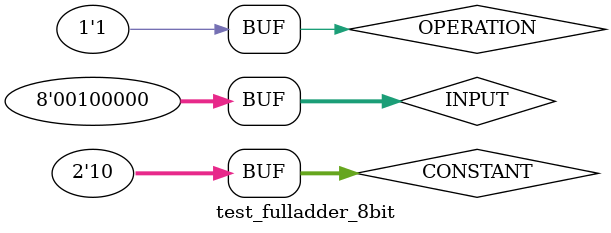
<source format=sv>
`timescale 1ns/1ps 		// time unit / compiler time precision

module test_fulladder_8bit();

// Set up variables

logic [7:0] INPUT;
logic [1:0] CONSTANT;
logic OPERATION;

logic [7:0] SUM;

// Instantiate the 8bit full adder module

Homework_1 FA8bit(
    .MyInput(INPUT[7:0]),
    .MyConstantSelect(CONSTANT),
    .MyOperation(OPERATION),
    .MyOutput(SUM[7:0])
);

// Initialize the inputs
initial
    begin
        // Additions
        OPERATION = 1'b0;

        // 0 + 0 = 0 
        INPUT = 8'b00000000;
        CONSTANT = 2'd0;

        #5
        // 15 + 7 = 22
        // SUM = 8'b00010110
        INPUT = 8'b00001111;
        CONSTANT = 2'd3; 

        #5
        // Subtractions
        OPERATION = 1'b1;

        // 127 - 5 = 122 
        // SUM = 8'b01111010
        INPUT = 8'b01111111;
        CONSTANT = 2'd2;
        
        #5
        // 1 - 7 = -6
        // SUM = 8'b11111010
        INPUT = 8'b00000001;
        CONSTANT = 2'd3;

        #5
        // 32 - 5 = 27
        // SUM = 8'b00011011
        INPUT = 8'b00100000;
        CONSTANT = 2'd2;
        
    end

endmodule
</source>
